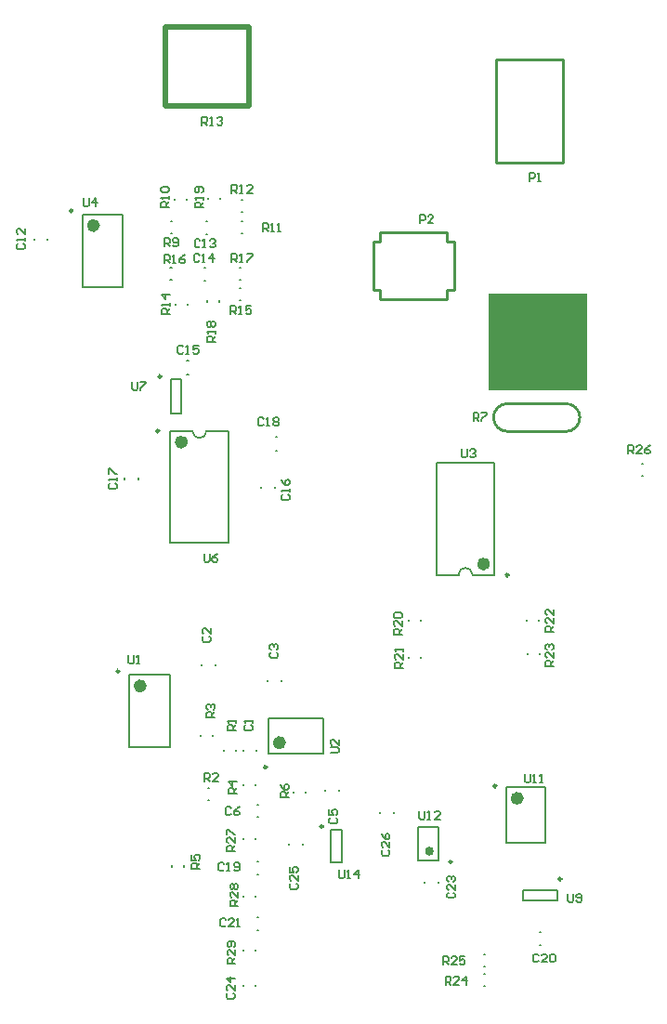
<source format=gbr>
G04 Layer_Color=65535*
%FSLAX26Y26*%
%MOIN*%
%TF.FileFunction,Legend,Top*%
%TF.Part,Single*%
G01*
G75*
%TA.AperFunction,NonConductor*%
%ADD55C,0.010000*%
%ADD56C,0.009842*%
%ADD58C,0.007874*%
%ADD60C,0.005905*%
%ADD81C,0.023622*%
%ADD82C,0.015748*%
%ADD83C,0.020000*%
%ADD84R,0.355000X0.350000*%
D55*
X336392Y-493899D02*
G03*
X336392Y-593899I-250J-50000D01*
G01*
X545892D02*
G03*
X545892Y-493899I250J50000D01*
G01*
X145000Y-87500D02*
Y87500D01*
X120000D02*
X145000D01*
X120000D02*
Y120000D01*
X-120000D02*
X120000D01*
X-120000Y87500D02*
Y120000D01*
X-145000Y87500D02*
X-120000D01*
X-145000Y-87500D02*
Y87500D01*
Y-87500D02*
X-120000D01*
Y-120000D02*
Y-87500D01*
Y-120000D02*
X120000D01*
Y-87500D01*
X145000D01*
X336392Y-493900D02*
X545892D01*
X336392Y-593900D02*
X545892D01*
X537000Y369998D02*
Y739998D01*
X297000D02*
X537000D01*
X297000Y369998D02*
Y739998D01*
Y369998D02*
X537000D01*
D56*
X-1056574Y-1453506D02*
G03*
X-1056574Y-1453506I-4921J0D01*
G01*
X-325921Y-2011057D02*
G03*
X-325921Y-2011057I-4921J0D01*
G01*
X-914078Y-591821D02*
G03*
X-914078Y-591821I-4921J0D01*
G01*
X-906149Y-396151D02*
G03*
X-906149Y-396151I-4921J0D01*
G01*
X136796Y-2137120D02*
G03*
X136796Y-2137120I-4921J0D01*
G01*
X296127Y-1865388D02*
G03*
X296127Y-1865388I-4921J0D01*
G01*
X-1224244Y198156D02*
G03*
X-1224244Y198156I-4921J0D01*
G01*
X340638Y-1108773D02*
G03*
X340638Y-1108773I-4921J0D01*
G01*
X-527558Y-1797970D02*
G03*
X-527558Y-1797970I-4921J0D01*
G01*
X530236Y-2199451D02*
G03*
X530236Y-2199451I-4921J0D01*
G01*
D58*
X-794000Y-592214D02*
G03*
X-744000Y-592214I25000J0D01*
G01*
X210717Y-1108380D02*
G03*
X160717Y-1108380I-25000J0D01*
G01*
X-611654Y-2261968D02*
Y-2258032D01*
X-568346Y-2261968D02*
Y-2258032D01*
X-611654Y-2056968D02*
Y-2053032D01*
X-568346Y-2056968D02*
Y-2053032D01*
X-611654Y-2456968D02*
Y-2453032D01*
X-568346Y-2456968D02*
Y-2453032D01*
X818032Y-751654D02*
X821968D01*
X818032Y-708346D02*
X821968D01*
X-617968Y160654D02*
X-614032D01*
X-617968Y117346D02*
X-614032D01*
X-617968Y235654D02*
X-614032D01*
X-617968Y192346D02*
X-614032D01*
X-625968Y-6346D02*
X-622032D01*
X-625968Y-49654D02*
X-622032D01*
X251496Y-2470868D02*
X255432D01*
X251496Y-2514176D02*
X255432D01*
X-430070Y-1889284D02*
Y-1885348D01*
X-386762Y-1889284D02*
Y-1885348D01*
X-1036606Y-764970D02*
Y-761034D01*
X-987394Y-764970D02*
Y-761034D01*
X-1021140Y-1727126D02*
X-875472D01*
X-1021140Y-1467284D02*
X-875472D01*
Y-1727126D02*
Y-1467284D01*
X-1021140Y-1727126D02*
Y-1467284D01*
X-612638Y-2581968D02*
Y-2578032D01*
X-567362Y-2581968D02*
Y-2578032D01*
X-561968Y-2382638D02*
X-558032D01*
X-561968Y-2337362D02*
X-558032D01*
X-561968Y-2182638D02*
X-558032D01*
X-561968Y-2137362D02*
X-558032D01*
X-257024Y-2140978D02*
Y-2022868D01*
X-296394Y-2140978D02*
Y-2022868D01*
Y-2140978D02*
X-257024D01*
X-296394Y-2022868D02*
X-257024D01*
X-868188Y-2154490D02*
Y-2150554D01*
X-824880Y-2154490D02*
Y-2150554D01*
X-495968Y-614396D02*
X-492032D01*
X-495968Y-663608D02*
X-492032D01*
X-561968Y-1977638D02*
X-558032D01*
X-561968Y-1932362D02*
X-558032D01*
X-565778Y-1739284D02*
Y-1735348D01*
X-611054Y-1739284D02*
Y-1735348D01*
X-873330Y-993790D02*
Y-592214D01*
X-664670Y-993790D02*
Y-592214D01*
X-873330D02*
X-794000D01*
X-744000D02*
X-664670D01*
X-873330Y-993790D02*
X-664670D01*
X251496Y-2584176D02*
X255432D01*
X251496Y-2540868D02*
X255432D01*
X-611654Y-1861968D02*
Y-1858032D01*
X-568346Y-1861968D02*
Y-1858032D01*
X-763653Y-1685968D02*
Y-1682030D01*
X-720345Y-1685968D02*
Y-1682030D01*
X-736968Y-1916654D02*
X-733032D01*
X-736968Y-1873346D02*
X-733032D01*
X-680070Y-1739284D02*
Y-1735348D01*
X-636762Y-1739284D02*
Y-1735348D01*
X-871968Y118344D02*
X-868032D01*
X-871968Y161652D02*
X-868032D01*
X-695346Y239032D02*
Y242968D01*
X-738654Y239032D02*
Y242968D01*
X-742654Y-127970D02*
Y-124034D01*
X-699346Y-127970D02*
Y-124034D01*
X-872968Y-7364D02*
X-869032D01*
X-872968Y-50670D02*
X-869032D01*
X-812346Y-139970D02*
Y-136034D01*
X-855654Y-139970D02*
Y-136034D01*
X-624968Y-122654D02*
X-621032D01*
X-624968Y-79346D02*
X-621032D01*
X-815346Y237032D02*
Y240968D01*
X-858654Y237032D02*
Y240968D01*
X-833314Y-529026D02*
Y-406978D01*
X-872684Y-529026D02*
Y-406978D01*
Y-529026D02*
X-833314D01*
X-872684Y-406978D02*
X-833314D01*
X16718Y-2011134D02*
X87584D01*
X16718Y-2131214D02*
X87584D01*
X16718D02*
Y-2011134D01*
X87584Y-2131214D02*
Y-2011134D01*
X331560Y-2071096D02*
X473292D01*
X331560Y-1870308D02*
X473292D01*
Y-2071096D02*
Y-1870308D01*
X331560Y-2071096D02*
Y-1870308D01*
X-1188810Y-75466D02*
X-1043142D01*
X-1188810Y184376D02*
X-1043142D01*
Y-75466D02*
Y184376D01*
X-1188810Y-75466D02*
Y184376D01*
X290046Y-1108380D02*
Y-706806D01*
X81386Y-1108380D02*
Y-706806D01*
X210716Y-1108380D02*
X290046D01*
X81386D02*
X160716D01*
X81386Y-706806D02*
X290046D01*
X-750968Y-51638D02*
X-747032D01*
X-750968Y-6364D02*
X-747032D01*
X-745968Y115364D02*
X-742032D01*
X-745968Y160638D02*
X-742032D01*
X26348Y-1272174D02*
Y-1268238D01*
X-16960Y-1272174D02*
Y-1268238D01*
X448348Y-1272174D02*
Y-1268238D01*
X405040Y-1272174D02*
Y-1268238D01*
X451348Y-1394174D02*
Y-1390238D01*
X408040Y-1394174D02*
Y-1390238D01*
X26348Y-1406174D02*
Y-1402238D01*
X-16960Y-1406174D02*
Y-1402238D01*
X-711395Y-1432969D02*
Y-1429033D01*
X-760607Y-1432969D02*
Y-1429033D01*
X-473810Y-1489284D02*
Y-1485348D01*
X-523022Y-1489284D02*
Y-1485348D01*
X-318022Y-1882080D02*
Y-1878144D01*
X-268810Y-1882080D02*
Y-1878144D01*
X-1313394Y93826D02*
Y97762D01*
X-1362606Y93826D02*
Y97762D01*
X-812968Y-388608D02*
X-809032D01*
X-812968Y-339396D02*
X-809032D01*
X-546606Y-796970D02*
Y-793034D01*
X-497394Y-796970D02*
Y-793034D01*
X-398700Y-2076174D02*
Y-2072238D01*
X-447912Y-2076174D02*
Y-2072238D01*
X-71700Y-1963378D02*
Y-1959442D01*
X-120912Y-1963378D02*
Y-1959442D01*
X40396Y-2211968D02*
Y-2208032D01*
X89608Y-2211968D02*
Y-2208032D01*
X-521456Y-1749742D02*
X-324604D01*
X-521456Y-1623756D02*
X-324604D01*
X-521456Y-1749742D02*
Y-1623756D01*
X-324604Y-1749742D02*
Y-1623756D01*
X392440Y-2277208D02*
X514488D01*
X392440Y-2237838D02*
X514488D01*
X392440Y-2277208D02*
Y-2237838D01*
X514488Y-2277208D02*
Y-2237838D01*
X451496Y-2387916D02*
X455434D01*
X451496Y-2437128D02*
X455434D01*
D60*
X-630000Y-2295000D02*
X-659518D01*
Y-2280241D01*
X-654598Y-2275321D01*
X-644759D01*
X-639839Y-2280241D01*
Y-2295000D01*
Y-2285161D02*
X-630000Y-2275321D01*
Y-2245803D02*
Y-2265482D01*
X-649679Y-2245803D01*
X-654598D01*
X-659518Y-2250723D01*
Y-2260562D01*
X-654598Y-2265482D01*
Y-2235964D02*
X-659518Y-2231044D01*
Y-2221205D01*
X-654598Y-2216285D01*
X-649679D01*
X-644759Y-2221205D01*
X-639839Y-2216285D01*
X-634920D01*
X-630000Y-2221205D01*
Y-2231044D01*
X-634920Y-2235964D01*
X-639839D01*
X-644759Y-2231044D01*
X-649679Y-2235964D01*
X-654598D01*
X-644759Y-2231044D02*
Y-2221205D01*
X-641000Y-2100000D02*
X-670518D01*
Y-2085241D01*
X-665598Y-2080321D01*
X-655759D01*
X-650839Y-2085241D01*
Y-2100000D01*
Y-2090161D02*
X-641000Y-2080321D01*
Y-2050803D02*
Y-2070482D01*
X-660679Y-2050803D01*
X-665598D01*
X-670518Y-2055723D01*
Y-2065562D01*
X-665598Y-2070482D01*
X-670518Y-2040964D02*
Y-2021285D01*
X-665598D01*
X-645920Y-2040964D01*
X-641000D01*
X-640000Y-2503000D02*
X-669518D01*
Y-2488241D01*
X-664598Y-2483321D01*
X-654759D01*
X-649839Y-2488241D01*
Y-2503000D01*
Y-2493161D02*
X-640000Y-2483321D01*
Y-2453803D02*
Y-2473482D01*
X-659679Y-2453803D01*
X-664598D01*
X-669518Y-2458723D01*
Y-2468562D01*
X-664598Y-2473482D01*
X-644920Y-2443964D02*
X-640000Y-2439044D01*
Y-2429205D01*
X-644920Y-2424285D01*
X-664598D01*
X-669518Y-2429205D01*
Y-2439044D01*
X-664598Y-2443964D01*
X-659679D01*
X-654759Y-2439044D01*
Y-2424285D01*
X769890Y-673112D02*
Y-643594D01*
X784649D01*
X789569Y-648514D01*
Y-658353D01*
X784649Y-663273D01*
X769890D01*
X779729D02*
X789569Y-673112D01*
X819087D02*
X799408D01*
X819087Y-653433D01*
Y-648514D01*
X814167Y-643594D01*
X804328D01*
X799408Y-648514D01*
X848605Y-643594D02*
X838766Y-648514D01*
X828926Y-658353D01*
Y-668192D01*
X833846Y-673112D01*
X843685D01*
X848605Y-668192D01*
Y-663273D01*
X843685Y-658353D01*
X828926D01*
X-542000Y123000D02*
Y152518D01*
X-527241D01*
X-522321Y147598D01*
Y137759D01*
X-527241Y132839D01*
X-542000D01*
X-532161D02*
X-522321Y123000D01*
X-512482D02*
X-502642D01*
X-507562D01*
Y152518D01*
X-512482Y147598D01*
X-487884Y123000D02*
X-478044D01*
X-482964D01*
Y152518D01*
X-487884Y147598D01*
X-653000Y261000D02*
Y290518D01*
X-638241D01*
X-633321Y285598D01*
Y275759D01*
X-638241Y270839D01*
X-653000D01*
X-643161D02*
X-633321Y261000D01*
X-623482D02*
X-613643D01*
X-618562D01*
Y290518D01*
X-623482Y285598D01*
X-579205Y261000D02*
X-598884D01*
X-579205Y280679D01*
Y285598D01*
X-584125Y290518D01*
X-593964D01*
X-598884Y285598D01*
X-653000Y13000D02*
Y42518D01*
X-638241D01*
X-633321Y37598D01*
Y27759D01*
X-638241Y22839D01*
X-653000D01*
X-643161D02*
X-633321Y13000D01*
X-623482D02*
X-613643D01*
X-618562D01*
Y42518D01*
X-623482Y37598D01*
X-598884Y42518D02*
X-579205D01*
Y37598D01*
X-598884Y17920D01*
Y13000D01*
X105000Y-2507000D02*
Y-2477482D01*
X119759D01*
X124679Y-2482402D01*
Y-2492241D01*
X119759Y-2497161D01*
X105000D01*
X114839D02*
X124679Y-2507000D01*
X154197D02*
X134518D01*
X154197Y-2487321D01*
Y-2482402D01*
X149277Y-2477482D01*
X139438D01*
X134518Y-2482402D01*
X183715Y-2477482D02*
X164036D01*
Y-2492241D01*
X173876Y-2487321D01*
X178795D01*
X183715Y-2492241D01*
Y-2502080D01*
X178795Y-2507000D01*
X168956D01*
X164036Y-2502080D01*
X-448417Y-1907317D02*
X-477935D01*
Y-1892558D01*
X-473015Y-1887638D01*
X-463176D01*
X-458256Y-1892558D01*
Y-1907317D01*
Y-1897477D02*
X-448417Y-1887638D01*
X-477935Y-1858120D02*
X-473015Y-1867959D01*
X-463176Y-1877799D01*
X-453337D01*
X-448417Y-1872879D01*
Y-1863040D01*
X-453337Y-1858120D01*
X-458256D01*
X-463176Y-1863040D01*
Y-1877799D01*
X-1089708Y-780433D02*
X-1094628Y-785353D01*
Y-795192D01*
X-1089708Y-800112D01*
X-1070030D01*
X-1065110Y-795192D01*
Y-785353D01*
X-1070030Y-780433D01*
X-1065110Y-770594D02*
Y-760755D01*
Y-765674D01*
X-1094628D01*
X-1089708Y-770594D01*
X-1094628Y-745995D02*
Y-726317D01*
X-1089708D01*
X-1070030Y-745995D01*
X-1065110D01*
X-1024000Y-1397482D02*
Y-1422080D01*
X-1019080Y-1427000D01*
X-1009241D01*
X-1004321Y-1422080D01*
Y-1397482D01*
X-994482Y-1427000D02*
X-984643D01*
X-989562D01*
Y-1397482D01*
X-994482Y-1402402D01*
X-666598Y-2609321D02*
X-671518Y-2614241D01*
Y-2624080D01*
X-666598Y-2629000D01*
X-646920D01*
X-642000Y-2624080D01*
Y-2614241D01*
X-646920Y-2609321D01*
X-642000Y-2579803D02*
Y-2599482D01*
X-661679Y-2579803D01*
X-666598D01*
X-671518Y-2584723D01*
Y-2594562D01*
X-666598Y-2599482D01*
X-642000Y-2555205D02*
X-671518D01*
X-656759Y-2569964D01*
Y-2550285D01*
X-674321Y-2345402D02*
X-679241Y-2340482D01*
X-689080D01*
X-694000Y-2345402D01*
Y-2365080D01*
X-689080Y-2370000D01*
X-679241D01*
X-674321Y-2365080D01*
X-644803Y-2370000D02*
X-664482D01*
X-644803Y-2350321D01*
Y-2345402D01*
X-649723Y-2340482D01*
X-659562D01*
X-664482Y-2345402D01*
X-634964Y-2370000D02*
X-625124D01*
X-630044D01*
Y-2340482D01*
X-634964Y-2345402D01*
X-680321Y-2145402D02*
X-685241Y-2140482D01*
X-695080D01*
X-700000Y-2145402D01*
Y-2165080D01*
X-695080Y-2170000D01*
X-685241D01*
X-680321Y-2165080D01*
X-670482Y-2170000D02*
X-660643D01*
X-665562D01*
Y-2140482D01*
X-670482Y-2145402D01*
X-645884Y-2165080D02*
X-640964Y-2170000D01*
X-631125D01*
X-626205Y-2165080D01*
Y-2145402D01*
X-631125Y-2140482D01*
X-640964D01*
X-645884Y-2145402D01*
Y-2150321D01*
X-640964Y-2155241D01*
X-626205D01*
X553465Y-2253004D02*
Y-2277602D01*
X558384Y-2282522D01*
X568224D01*
X573143Y-2277602D01*
Y-2253004D01*
X582983Y-2277602D02*
X587902Y-2282522D01*
X597742D01*
X602661Y-2277602D01*
Y-2257923D01*
X597742Y-2253004D01*
X587902D01*
X582983Y-2257923D01*
Y-2262843D01*
X587902Y-2267763D01*
X602661D01*
X448143Y-2472923D02*
X443224Y-2468004D01*
X433384D01*
X428465Y-2472923D01*
Y-2492602D01*
X433384Y-2497522D01*
X443224D01*
X448143Y-2492602D01*
X477661Y-2497522D02*
X457983D01*
X477661Y-2477843D01*
Y-2472923D01*
X472742Y-2468004D01*
X462902D01*
X457983Y-2472923D01*
X487501D02*
X492421Y-2468004D01*
X502260D01*
X507180Y-2472923D01*
Y-2492602D01*
X502260Y-2497522D01*
X492421D01*
X487501Y-2492602D01*
Y-2472923D01*
X-767000Y-2162000D02*
X-796518D01*
Y-2147241D01*
X-791598Y-2142321D01*
X-781759D01*
X-776839Y-2147241D01*
Y-2162000D01*
Y-2152161D02*
X-767000Y-2142321D01*
X-796518Y-2112803D02*
Y-2132482D01*
X-781759D01*
X-786679Y-2122642D01*
Y-2117723D01*
X-781759Y-2112803D01*
X-771920D01*
X-767000Y-2117723D01*
Y-2127562D01*
X-771920Y-2132482D01*
X-469708Y-820433D02*
X-474628Y-825353D01*
Y-835192D01*
X-469708Y-840112D01*
X-450030D01*
X-445110Y-835192D01*
Y-825353D01*
X-450030Y-820433D01*
X-445110Y-810594D02*
Y-800755D01*
Y-805674D01*
X-474628D01*
X-469708Y-810594D01*
X-474628Y-766317D02*
X-469708Y-776156D01*
X-459869Y-785995D01*
X-450030D01*
X-445110Y-781076D01*
Y-771236D01*
X-450030Y-766317D01*
X-454949D01*
X-459869Y-771236D01*
Y-785995D01*
X-538431Y-548514D02*
X-543351Y-543594D01*
X-553190D01*
X-558110Y-548514D01*
Y-568192D01*
X-553190Y-573112D01*
X-543351D01*
X-538431Y-568192D01*
X-528592Y-573112D02*
X-518753D01*
X-523672D01*
Y-543594D01*
X-528592Y-548514D01*
X-503993D02*
X-499074Y-543594D01*
X-489235D01*
X-484315Y-548514D01*
Y-553433D01*
X-489235Y-558353D01*
X-484315Y-563273D01*
Y-568192D01*
X-489235Y-573112D01*
X-499074D01*
X-503993Y-568192D01*
Y-563273D01*
X-499074Y-558353D01*
X-503993Y-553433D01*
Y-548514D01*
X-499074Y-558353D02*
X-489235D01*
X-1010110Y-415594D02*
Y-440192D01*
X-1005190Y-445112D01*
X-995351D01*
X-990431Y-440192D01*
Y-415594D01*
X-980592D02*
X-960913D01*
Y-420514D01*
X-980592Y-440192D01*
Y-445112D01*
X20000Y-1955482D02*
Y-1980080D01*
X24920Y-1985000D01*
X34759D01*
X39679Y-1980080D01*
Y-1955482D01*
X49518Y-1985000D02*
X59358D01*
X54438D01*
Y-1955482D01*
X49518Y-1960402D01*
X93795Y-1985000D02*
X74117D01*
X93795Y-1965321D01*
Y-1960402D01*
X88876Y-1955482D01*
X79036D01*
X74117Y-1960402D01*
X398945Y-1823688D02*
Y-1848287D01*
X403865Y-1853207D01*
X413704D01*
X418624Y-1848287D01*
Y-1823688D01*
X428464Y-1853207D02*
X438303D01*
X433383D01*
Y-1823688D01*
X428464Y-1828608D01*
X453062Y-1853207D02*
X462901D01*
X457982D01*
Y-1823688D01*
X453062Y-1828608D01*
X-752520Y-1033004D02*
Y-1057602D01*
X-747600Y-1062522D01*
X-737761D01*
X-732841Y-1057602D01*
Y-1033004D01*
X-703323D02*
X-713163Y-1037924D01*
X-723002Y-1047763D01*
Y-1057602D01*
X-718082Y-1062522D01*
X-708243D01*
X-703323Y-1057602D01*
Y-1052683D01*
X-708243Y-1047763D01*
X-723002D01*
X-1185000Y242516D02*
Y217918D01*
X-1180080Y212998D01*
X-1170241D01*
X-1165321Y217918D01*
Y242516D01*
X-1140723Y212998D02*
Y242516D01*
X-1155482Y227757D01*
X-1135803D01*
X171693Y-657531D02*
Y-682129D01*
X176613Y-687049D01*
X186452D01*
X191372Y-682129D01*
Y-657531D01*
X201211Y-662451D02*
X206131Y-657531D01*
X215970D01*
X220890Y-662451D01*
Y-667370D01*
X215970Y-672290D01*
X211050D01*
X215970D01*
X220890Y-677210D01*
Y-682129D01*
X215970Y-687049D01*
X206131D01*
X201211Y-682129D01*
X-297935Y-1747317D02*
X-273337D01*
X-268417Y-1742397D01*
Y-1732558D01*
X-273337Y-1727638D01*
X-297935D01*
X-268417Y-1698120D02*
Y-1717799D01*
X-288096Y-1698120D01*
X-293015D01*
X-297935Y-1703040D01*
Y-1712879D01*
X-293015Y-1717799D01*
X-756000Y209000D02*
X-785518D01*
Y223759D01*
X-780598Y228679D01*
X-770759D01*
X-765839Y223759D01*
Y209000D01*
Y218839D02*
X-756000Y228679D01*
Y238518D02*
Y248357D01*
Y243438D01*
X-785518D01*
X-780598Y238518D01*
X-760920Y263116D02*
X-756000Y268036D01*
Y277875D01*
X-760920Y282795D01*
X-780598D01*
X-785518Y277875D01*
Y268036D01*
X-780598Y263116D01*
X-775679D01*
X-770759Y268036D01*
Y282795D01*
X-712000Y-272002D02*
X-741518D01*
Y-257243D01*
X-736598Y-252323D01*
X-726759D01*
X-721839Y-257243D01*
Y-272002D01*
Y-262162D02*
X-712000Y-252323D01*
Y-242484D02*
Y-232644D01*
Y-237564D01*
X-741518D01*
X-736598Y-242484D01*
Y-217885D02*
X-741518Y-212966D01*
Y-203126D01*
X-736598Y-198207D01*
X-731678D01*
X-726759Y-203126D01*
X-721839Y-198207D01*
X-716919D01*
X-712000Y-203126D01*
Y-212966D01*
X-716919Y-217885D01*
X-721839D01*
X-726759Y-212966D01*
X-731678Y-217885D01*
X-736598D01*
X-726759Y-212966D02*
Y-203126D01*
X-895110Y9888D02*
Y39406D01*
X-880351D01*
X-875431Y34486D01*
Y24647D01*
X-880351Y19727D01*
X-895110D01*
X-885271D02*
X-875431Y9888D01*
X-865592D02*
X-855753D01*
X-860672D01*
Y39406D01*
X-865592Y34486D01*
X-821315Y39406D02*
X-831154Y34486D01*
X-840994Y24647D01*
Y14808D01*
X-836074Y9888D01*
X-826235D01*
X-821315Y14808D01*
Y19727D01*
X-826235Y24647D01*
X-840994D01*
X-875000Y-173002D02*
X-904518D01*
Y-158243D01*
X-899598Y-153323D01*
X-889759D01*
X-884839Y-158243D01*
Y-173002D01*
Y-163162D02*
X-875000Y-153323D01*
Y-143484D02*
Y-133644D01*
Y-138564D01*
X-904518D01*
X-899598Y-143484D01*
X-875000Y-104126D02*
X-904518D01*
X-889759Y-118885D01*
Y-99207D01*
X-760110Y504888D02*
Y534406D01*
X-745351D01*
X-740431Y529486D01*
Y519647D01*
X-745351Y514727D01*
X-760110D01*
X-750271D02*
X-740431Y504888D01*
X-730592D02*
X-720753D01*
X-725672D01*
Y534406D01*
X-730592Y529486D01*
X-705994D02*
X-701074Y534406D01*
X-691235D01*
X-686315Y529486D01*
Y524567D01*
X-691235Y519647D01*
X-696154D01*
X-691235D01*
X-686315Y514727D01*
Y509808D01*
X-691235Y504888D01*
X-701074D01*
X-705994Y509808D01*
X-657000Y-173000D02*
Y-143482D01*
X-642241D01*
X-637321Y-148402D01*
Y-158241D01*
X-642241Y-163161D01*
X-657000D01*
X-647161D02*
X-637321Y-173000D01*
X-627482D02*
X-617643D01*
X-622562D01*
Y-143482D01*
X-627482Y-148402D01*
X-583205Y-143482D02*
X-602884D01*
Y-158241D01*
X-593044Y-153321D01*
X-588125D01*
X-583205Y-158241D01*
Y-168080D01*
X-588125Y-173000D01*
X-597964D01*
X-602884Y-168080D01*
X-878000Y210000D02*
X-907518D01*
Y224759D01*
X-902598Y229679D01*
X-892759D01*
X-887839Y224759D01*
Y210000D01*
Y219839D02*
X-878000Y229679D01*
Y239518D02*
Y249357D01*
Y244438D01*
X-907518D01*
X-902598Y239518D01*
Y264116D02*
X-907518Y269036D01*
Y278875D01*
X-902598Y283795D01*
X-882920D01*
X-878000Y278875D01*
Y269036D01*
X-882920Y264116D01*
X-902598D01*
X-895110Y69888D02*
Y99406D01*
X-880351D01*
X-875431Y94486D01*
Y84647D01*
X-880351Y79727D01*
X-895110D01*
X-885271D02*
X-875431Y69888D01*
X-865592Y74808D02*
X-860672Y69888D01*
X-850833D01*
X-845913Y74808D01*
Y94486D01*
X-850833Y99406D01*
X-860672D01*
X-865592Y94486D01*
Y89567D01*
X-860672Y84647D01*
X-845913D01*
X214000Y-556000D02*
Y-526482D01*
X228759D01*
X233679Y-531402D01*
Y-541241D01*
X228759Y-546161D01*
X214000D01*
X223839D02*
X233679Y-556000D01*
X243518Y-526482D02*
X263197D01*
Y-531402D01*
X243518Y-551080D01*
Y-556000D01*
X114000Y-2578000D02*
Y-2548482D01*
X128759D01*
X133679Y-2553402D01*
Y-2563241D01*
X128759Y-2568161D01*
X114000D01*
X123839D02*
X133679Y-2578000D01*
X163197D02*
X143518D01*
X163197Y-2558321D01*
Y-2553402D01*
X158277Y-2548482D01*
X148438D01*
X143518Y-2553402D01*
X187795Y-2578000D02*
Y-2548482D01*
X173036Y-2563241D01*
X192715D01*
X-635000Y-1894000D02*
X-664518D01*
Y-1879241D01*
X-659598Y-1874321D01*
X-649759D01*
X-644839Y-1879241D01*
Y-1894000D01*
Y-1884161D02*
X-635000Y-1874321D01*
Y-1849723D02*
X-664518D01*
X-649759Y-1864482D01*
Y-1844803D01*
X-713972Y-1620679D02*
X-743491D01*
Y-1605920D01*
X-738571Y-1601001D01*
X-728731D01*
X-723812Y-1605920D01*
Y-1620679D01*
Y-1610840D02*
X-713972Y-1601001D01*
X-738571Y-1591161D02*
X-743491Y-1586242D01*
Y-1576402D01*
X-738571Y-1571483D01*
X-733651D01*
X-728731Y-1576402D01*
Y-1581322D01*
Y-1576402D01*
X-723812Y-1571483D01*
X-718892D01*
X-713972Y-1576402D01*
Y-1586242D01*
X-718892Y-1591161D01*
X-752000Y-1849000D02*
Y-1819482D01*
X-737241D01*
X-732321Y-1824402D01*
Y-1834241D01*
X-737241Y-1839161D01*
X-752000D01*
X-742161D02*
X-732321Y-1849000D01*
X-702803D02*
X-722482D01*
X-702803Y-1829321D01*
Y-1824402D01*
X-707723Y-1819482D01*
X-717562D01*
X-722482Y-1824402D01*
X-638417Y-1667317D02*
X-667935D01*
Y-1652558D01*
X-663015Y-1647638D01*
X-653176D01*
X-648256Y-1652558D01*
Y-1667317D01*
Y-1657477D02*
X-638417Y-1647638D01*
Y-1637799D02*
Y-1627959D01*
Y-1632879D01*
X-667935D01*
X-663015Y-1637799D01*
X21000Y153998D02*
Y183516D01*
X35759D01*
X40679Y178597D01*
Y168757D01*
X35759Y163838D01*
X21000D01*
X70197Y153998D02*
X50518D01*
X70197Y173677D01*
Y178597D01*
X65277Y183516D01*
X55438D01*
X50518Y178597D01*
X414890Y304888D02*
Y334406D01*
X429649D01*
X434569Y329486D01*
Y319647D01*
X429649Y314727D01*
X414890D01*
X444408Y304888D02*
X454248D01*
X449328D01*
Y334406D01*
X444408Y329486D01*
X-111016Y-2095559D02*
X-115935Y-2100478D01*
Y-2110318D01*
X-111016Y-2115237D01*
X-91337D01*
X-86417Y-2110318D01*
Y-2100478D01*
X-91337Y-2095559D01*
X-86417Y-2066041D02*
Y-2085719D01*
X-106096Y-2066041D01*
X-111016D01*
X-115935Y-2070960D01*
Y-2080800D01*
X-111016Y-2085719D01*
X-115935Y-2036522D02*
X-111016Y-2046362D01*
X-101176Y-2056201D01*
X-91337D01*
X-86417Y-2051281D01*
Y-2041442D01*
X-91337Y-2036522D01*
X-96257D01*
X-101176Y-2041442D01*
Y-2056201D01*
X-826778Y-290362D02*
X-831698Y-285442D01*
X-841537D01*
X-846457Y-290362D01*
Y-310041D01*
X-841537Y-314961D01*
X-831698D01*
X-826778Y-310041D01*
X-816939Y-314961D02*
X-807099D01*
X-812019D01*
Y-285442D01*
X-816939Y-290362D01*
X-772662Y-285442D02*
X-792340D01*
Y-300202D01*
X-782501Y-295282D01*
X-777581D01*
X-772662Y-300202D01*
Y-310041D01*
X-777581Y-314961D01*
X-787420D01*
X-792340Y-310041D01*
X-1419708Y79567D02*
X-1424628Y74647D01*
Y64808D01*
X-1419708Y59888D01*
X-1400030D01*
X-1395110Y64808D01*
Y74647D01*
X-1400030Y79567D01*
X-1395110Y89406D02*
Y99246D01*
Y94326D01*
X-1424628D01*
X-1419708Y89406D01*
X-1395110Y133683D02*
Y114004D01*
X-1414789Y133683D01*
X-1419708D01*
X-1424628Y128763D01*
Y118924D01*
X-1419708Y114004D01*
X-769321Y38597D02*
X-774241Y43516D01*
X-784080D01*
X-789000Y38597D01*
Y18918D01*
X-784080Y13998D01*
X-774241D01*
X-769321Y18918D01*
X-759482Y13998D02*
X-749642D01*
X-754562D01*
Y43516D01*
X-759482Y38597D01*
X-720124Y13998D02*
Y43516D01*
X-734883Y28757D01*
X-715205D01*
X-766321Y91598D02*
X-771241Y96518D01*
X-781080D01*
X-786000Y91598D01*
Y71920D01*
X-781080Y67000D01*
X-771241D01*
X-766321Y71920D01*
X-756482Y67000D02*
X-746643D01*
X-751562D01*
Y96518D01*
X-756482Y91598D01*
X-731884D02*
X-726964Y96518D01*
X-717125D01*
X-712205Y91598D01*
Y86679D01*
X-717125Y81759D01*
X-722044D01*
X-717125D01*
X-712205Y76839D01*
Y71920D01*
X-717125Y67000D01*
X-726964D01*
X-731884Y71920D01*
X-655321Y-1945402D02*
X-660241Y-1940482D01*
X-670080D01*
X-675000Y-1945402D01*
Y-1965080D01*
X-670080Y-1970000D01*
X-660241D01*
X-655321Y-1965080D01*
X-625803Y-1940482D02*
X-635643Y-1945402D01*
X-645482Y-1955241D01*
Y-1965080D01*
X-640562Y-1970000D01*
X-630723D01*
X-625803Y-1965080D01*
Y-1960161D01*
X-630723Y-1955241D01*
X-645482D01*
X-298015Y-1980434D02*
X-302935Y-1985354D01*
Y-1995193D01*
X-298015Y-2000113D01*
X-278337D01*
X-273417Y-1995193D01*
Y-1985354D01*
X-278337Y-1980434D01*
X-302935Y-1950916D02*
Y-1970595D01*
X-288176D01*
X-293096Y-1960755D01*
Y-1955836D01*
X-288176Y-1950916D01*
X-278337D01*
X-273417Y-1955836D01*
Y-1965675D01*
X-278337Y-1970595D01*
X-511598Y-1386321D02*
X-516518Y-1391241D01*
Y-1401080D01*
X-511598Y-1406000D01*
X-491920D01*
X-487000Y-1401080D01*
Y-1391241D01*
X-491920Y-1386321D01*
X-511598Y-1376482D02*
X-516518Y-1371562D01*
Y-1361723D01*
X-511598Y-1356803D01*
X-506679D01*
X-501759Y-1361723D01*
Y-1366642D01*
Y-1361723D01*
X-496839Y-1356803D01*
X-491920D01*
X-487000Y-1361723D01*
Y-1371562D01*
X-491920Y-1376482D01*
X-753598Y-1329321D02*
X-758518Y-1334241D01*
Y-1344080D01*
X-753598Y-1349000D01*
X-733920D01*
X-729000Y-1344080D01*
Y-1334241D01*
X-733920Y-1329321D01*
X-729000Y-1299803D02*
Y-1319482D01*
X-748679Y-1299803D01*
X-753598D01*
X-758518Y-1304723D01*
Y-1314562D01*
X-753598Y-1319482D01*
X-603015Y-1647638D02*
X-607935Y-1652558D01*
Y-1662397D01*
X-603015Y-1667317D01*
X-583337D01*
X-578417Y-1662397D01*
Y-1652558D01*
X-583337Y-1647638D01*
X-578417Y-1637799D02*
Y-1627959D01*
Y-1632879D01*
X-607935D01*
X-603015Y-1637799D01*
X-439598Y-2215321D02*
X-444518Y-2220241D01*
Y-2230080D01*
X-439598Y-2235000D01*
X-419920D01*
X-415000Y-2230080D01*
Y-2220241D01*
X-419920Y-2215321D01*
X-415000Y-2185803D02*
Y-2205482D01*
X-434679Y-2185803D01*
X-439598D01*
X-444518Y-2190723D01*
Y-2200562D01*
X-439598Y-2205482D01*
X-444518Y-2156285D02*
Y-2175964D01*
X-429759D01*
X-434679Y-2166124D01*
Y-2161205D01*
X-429759Y-2156285D01*
X-419920D01*
X-415000Y-2161205D01*
Y-2171044D01*
X-419920Y-2175964D01*
X123937Y-2247800D02*
X119017Y-2252719D01*
Y-2262559D01*
X123937Y-2267478D01*
X143616D01*
X148535Y-2262559D01*
Y-2252719D01*
X143616Y-2247800D01*
X148535Y-2218282D02*
Y-2237960D01*
X128857Y-2218282D01*
X123937D01*
X119017Y-2223201D01*
Y-2233041D01*
X123937Y-2237960D01*
Y-2208442D02*
X119017Y-2203522D01*
Y-2193683D01*
X123937Y-2188763D01*
X128857D01*
X133776Y-2193683D01*
Y-2198603D01*
Y-2193683D01*
X138696Y-2188763D01*
X143616D01*
X148535Y-2193683D01*
Y-2203522D01*
X143616Y-2208442D01*
X-268055Y-2167689D02*
Y-2192287D01*
X-263135Y-2197207D01*
X-253296D01*
X-248376Y-2192287D01*
Y-2167689D01*
X-238536Y-2197207D02*
X-228697D01*
X-233617D01*
Y-2167689D01*
X-238536Y-2172608D01*
X-199179Y-2197207D02*
Y-2167689D01*
X-213938Y-2182448D01*
X-194259D01*
X501693Y-1311207D02*
X472175D01*
Y-1296448D01*
X477095Y-1291528D01*
X486934D01*
X491854Y-1296448D01*
Y-1311207D01*
Y-1301367D02*
X501693Y-1291528D01*
Y-1262010D02*
Y-1281688D01*
X482014Y-1262010D01*
X477095D01*
X472175Y-1266929D01*
Y-1276769D01*
X477095Y-1281688D01*
X501693Y-1232492D02*
Y-1252170D01*
X482014Y-1232492D01*
X477095D01*
X472175Y-1237411D01*
Y-1247251D01*
X477095Y-1252170D01*
X501693Y-1435207D02*
X472175D01*
Y-1420448D01*
X477095Y-1415528D01*
X486934D01*
X491854Y-1420448D01*
Y-1435207D01*
Y-1425367D02*
X501693Y-1415528D01*
Y-1386010D02*
Y-1405688D01*
X482014Y-1386010D01*
X477095D01*
X472175Y-1390929D01*
Y-1400769D01*
X477095Y-1405688D01*
Y-1376170D02*
X472175Y-1371251D01*
Y-1361411D01*
X477095Y-1356492D01*
X482014D01*
X486934Y-1361411D01*
Y-1366331D01*
Y-1361411D01*
X491854Y-1356492D01*
X496774D01*
X501693Y-1361411D01*
Y-1371251D01*
X496774Y-1376170D01*
X-42000Y-1322000D02*
X-71518D01*
Y-1307241D01*
X-66598Y-1302321D01*
X-56759D01*
X-51839Y-1307241D01*
Y-1322000D01*
Y-1312161D02*
X-42000Y-1302321D01*
Y-1272803D02*
Y-1292482D01*
X-61679Y-1272803D01*
X-66598D01*
X-71518Y-1277723D01*
Y-1287562D01*
X-66598Y-1292482D01*
Y-1262964D02*
X-71518Y-1258044D01*
Y-1248205D01*
X-66598Y-1243285D01*
X-46920D01*
X-42000Y-1248205D01*
Y-1258044D01*
X-46920Y-1262964D01*
X-66598D01*
X-39307Y-1441207D02*
X-68825D01*
Y-1426448D01*
X-63905Y-1421528D01*
X-54066D01*
X-49146Y-1426448D01*
Y-1441207D01*
Y-1431367D02*
X-39307Y-1421528D01*
Y-1392010D02*
Y-1411688D01*
X-58986Y-1392010D01*
X-63905D01*
X-68825Y-1396929D01*
Y-1406769D01*
X-63905Y-1411688D01*
X-39307Y-1382170D02*
Y-1372331D01*
Y-1377251D01*
X-68825D01*
X-63905Y-1382170D01*
D81*
X-969960Y-1506655D02*
G03*
X-969960Y-1506655I-11811J0D01*
G01*
X-822149Y-631585D02*
G03*
X-822149Y-631585I-11811J0D01*
G01*
X382741Y-1909679D02*
G03*
X382741Y-1909679I-11811J0D01*
G01*
X-1137630Y145006D02*
G03*
X-1137630Y145006I-11811J0D01*
G01*
X262488Y-1069009D02*
G03*
X262488Y-1069009I-11811J0D01*
G01*
X-470275Y-1710372D02*
G03*
X-470275Y-1710372I-11811J0D01*
G01*
D82*
X63961Y-2099718D02*
G03*
X63961Y-2099718I-7874J0D01*
G01*
D83*
X-591000Y573998D02*
Y648998D01*
X-861600Y856598D02*
X-801600D01*
X-891000D02*
X-877200D01*
X-591000Y648998D02*
Y856598D01*
X-801600D02*
X-591000D01*
X-877200D02*
X-861600D01*
X-891000Y573998D02*
X-591000D01*
X-891000D02*
Y856598D01*
D84*
X445414Y-272050D02*
D03*
%TF.MD5,2c663cdd84cb6b51f9c50960b186c406*%
M02*

</source>
